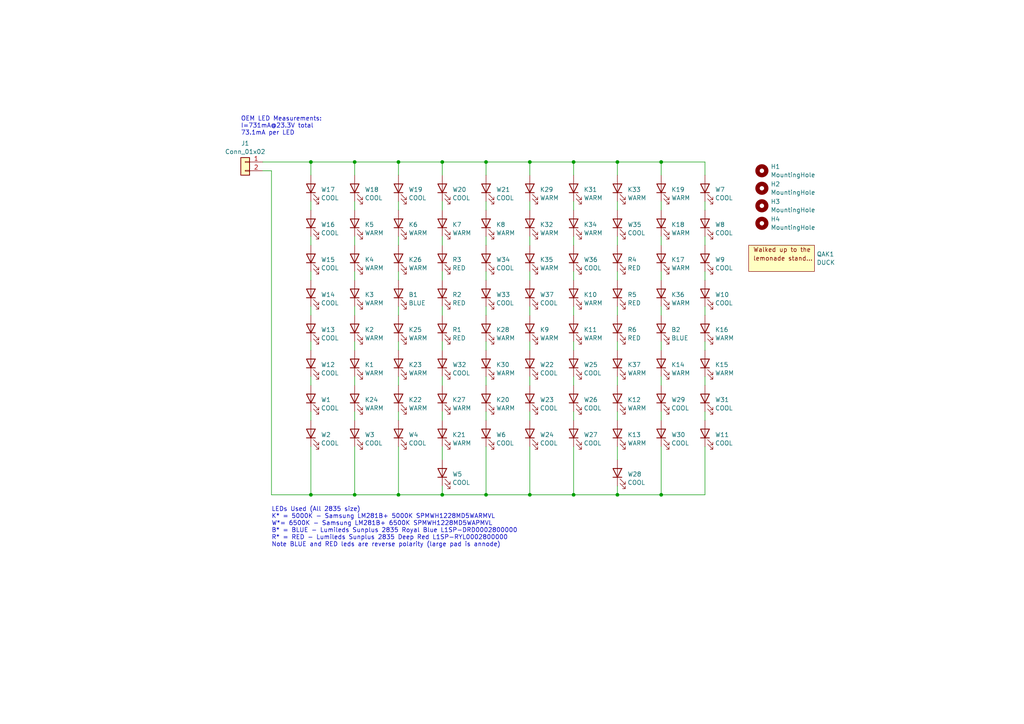
<source format=kicad_sch>
(kicad_sch (version 20230121) (generator eeschema)
  (paper "A4")
  (lib_symbols
    (symbol "Connector_Generic:Conn_01x02" (pin_names (offset 1.016) hide)
      (property "Reference" "J" (at 0 2.54 0))
      (property "Value" "Conn_01x02" (at 0 -5.08 0))
      (symbol "Conn_01x02_1_1"
        (rectangle (start -1.27 -2.413) (end 0 -2.667) (stroke (width 0.1524)))
        (rectangle (start -1.27 0.127) (end 0 -0.127) (stroke (width 0.1524)))
        (rectangle (start -1.27 1.27) (end 1.27 -3.81) (stroke (width 0.254)) (fill (type background)))
        (pin passive line (at -5.08 0 0) (length 3.81) (name "Pin_1") (number "1"))
        (pin passive line (at -5.08 -2.54 0) (length 3.81) (name "Pin_2") (number "2"))
      )
    )
    (symbol "Device:LED" (pin_numbers hide) (pin_names (offset 1.016) hide)
      (property "Reference" "D" (at 0 2.54 0))
      (property "Value" "LED" (at 0 -2.54 0))
      (symbol "LED_0_1"
        (polyline (pts (xy -1.27 -1.27) (xy -1.27 1.27)) (stroke (width 0.254)))
        (polyline (pts (xy -1.27 0) (xy 1.27 0)))
        (polyline (pts (xy 1.27 -1.27) (xy 1.27 1.27) (xy -1.27 0) (xy 1.27 -1.27)) (stroke (width 0.254)))
        (polyline (pts (xy -3.048 -0.762) (xy -4.572 -2.286) (xy -3.81 -2.286) (xy -4.572 -2.286) (xy -4.572 -1.524)))
        (polyline (pts (xy -1.778 -0.762) (xy -3.302 -2.286) (xy -2.54 -2.286) (xy -3.302 -2.286) (xy -3.302 -1.524)))
      )
      (symbol "LED_1_1"
        (pin passive line (at -3.81 0 0) (length 2.54) (name "K") (number "1"))
        (pin passive line (at 3.81 0 180) (length 2.54) (name "A") (number "2"))
      )
    )
    (symbol "Labels:DUCK" (pin_names (offset 1.016))
      (property "Reference" "QAK" (at 0 7.62 0))
      (property "Value" "DUCK" (at 0 0 0))
      (symbol "DUCK_0_0"
        (text "lemonade stand..." (at -7.62 2.54 0) (effects (font (size 1.27 1.27)) (justify left)))
        (text "Walked up to the" (at -7.62 5.08 0) (effects (font (size 1.27 1.27)) (justify left)))
      )
      (symbol "DUCK_0_1"
        (rectangle (start -8.89 6.35) (end 10.16 -1.27) (fill (type background)))
      )
    )
    (symbol "Mechanical:MountingHole" (pin_names (offset 1.016))
      (property "Reference" "H" (at 0 5.08 0))
      (property "Value" "MountingHole" (at 0 3.175 0))
      (symbol "MountingHole_0_1"
        (circle (center 0 0) (radius 1.27) (stroke (width 1.27)))
      )
    )
  )
  (junction (at 140.97 46.99))
  (junction (at 191.77 143.51))
  (junction (at 90.17 143.51))
  (junction (at 153.67 143.51))
  (junction (at 102.87 46.99))
  (junction (at 115.57 46.99))
  (junction (at 115.57 143.51))
  (junction (at 179.07 46.99))
  (junction (at 128.27 143.51))
  (junction (at 191.77 46.99))
  (junction (at 102.87 143.51))
  (junction (at 166.37 46.99))
  (junction (at 179.07 143.51))
  (junction (at 153.67 46.99))
  (junction (at 166.37 143.51))
  (junction (at 90.17 46.99))
  (junction (at 128.27 46.99))
  (junction (at 140.97 143.51))
  (wire (pts (xy 115.57 78.74) (xy 115.57 81.28)))
  (wire (pts (xy 102.87 46.99) (xy 115.57 46.99)))
  (wire (pts (xy 204.47 88.9) (xy 204.47 91.44)))
  (wire (pts (xy 128.27 58.42) (xy 128.27 60.96)))
  (wire (pts (xy 179.07 140.97) (xy 179.07 143.51)))
  (wire (pts (xy 102.87 46.99) (xy 102.87 50.8)))
  (wire (pts (xy 179.07 109.22) (xy 179.07 111.76)))
  (wire (pts (xy 115.57 143.51) (xy 128.27 143.51)))
  (wire (pts (xy 179.07 78.74) (xy 179.07 81.28)))
  (wire (pts (xy 78.74 143.51) (xy 90.17 143.51)))
  (wire (pts (xy 140.97 88.9) (xy 140.97 91.44)))
  (wire (pts (xy 140.97 68.58) (xy 140.97 71.12)))
  (wire (pts (xy 153.67 68.58) (xy 153.67 71.12)))
  (wire (pts (xy 128.27 78.74) (xy 128.27 81.28)))
  (wire (pts (xy 90.17 88.9) (xy 90.17 91.44)))
  (wire (pts (xy 153.67 46.99) (xy 166.37 46.99)))
  (wire (pts (xy 102.87 129.54) (xy 102.87 143.51)))
  (wire (pts (xy 90.17 50.8) (xy 90.17 46.99)))
  (wire (pts (xy 115.57 119.38) (xy 115.57 121.92)))
  (wire (pts (xy 90.17 109.22) (xy 90.17 111.76)))
  (wire (pts (xy 166.37 109.22) (xy 166.37 111.76)))
  (wire (pts (xy 166.37 88.9) (xy 166.37 91.44)))
  (wire (pts (xy 204.47 99.06) (xy 204.47 101.6)))
  (wire (pts (xy 204.47 129.54) (xy 204.47 143.51)))
  (wire (pts (xy 102.87 99.06) (xy 102.87 101.6)))
  (wire (pts (xy 166.37 58.42) (xy 166.37 60.96)))
  (wire (pts (xy 191.77 99.06) (xy 191.77 101.6)))
  (wire (pts (xy 128.27 46.99) (xy 128.27 50.8)))
  (wire (pts (xy 191.77 143.51) (xy 204.47 143.51)))
  (wire (pts (xy 102.87 78.74) (xy 102.87 81.28)))
  (wire (pts (xy 90.17 58.42) (xy 90.17 60.96)))
  (wire (pts (xy 166.37 46.99) (xy 179.07 46.99)))
  (wire (pts (xy 140.97 143.51) (xy 153.67 143.51)))
  (wire (pts (xy 191.77 119.38) (xy 191.77 121.92)))
  (wire (pts (xy 204.47 109.22) (xy 204.47 111.76)))
  (wire (pts (xy 166.37 99.06) (xy 166.37 101.6)))
  (wire (pts (xy 166.37 129.54) (xy 166.37 143.51)))
  (wire (pts (xy 140.97 129.54) (xy 140.97 143.51)))
  (wire (pts (xy 191.77 46.99) (xy 191.77 50.8)))
  (wire (pts (xy 102.87 88.9) (xy 102.87 91.44)))
  (wire (pts (xy 102.87 58.42) (xy 102.87 60.96)))
  (wire (pts (xy 204.47 46.99) (xy 204.47 50.8)))
  (wire (pts (xy 140.97 46.99) (xy 153.67 46.99)))
  (wire (pts (xy 204.47 78.74) (xy 204.47 81.28)))
  (wire (pts (xy 140.97 78.74) (xy 140.97 81.28)))
  (wire (pts (xy 115.57 46.99) (xy 128.27 46.99)))
  (wire (pts (xy 153.67 88.9) (xy 153.67 91.44)))
  (wire (pts (xy 115.57 46.99) (xy 115.57 50.8)))
  (wire (pts (xy 128.27 88.9) (xy 128.27 91.44)))
  (wire (pts (xy 78.74 49.53) (xy 78.74 143.51)))
  (wire (pts (xy 204.47 119.38) (xy 204.47 121.92)))
  (wire (pts (xy 115.57 99.06) (xy 115.57 101.6)))
  (wire (pts (xy 179.07 46.99) (xy 191.77 46.99)))
  (wire (pts (xy 128.27 109.22) (xy 128.27 111.76)))
  (wire (pts (xy 191.77 129.54) (xy 191.77 143.51)))
  (wire (pts (xy 128.27 129.54) (xy 128.27 133.35)))
  (wire (pts (xy 204.47 68.58) (xy 204.47 71.12)))
  (wire (pts (xy 153.67 109.22) (xy 153.67 111.76)))
  (wire (pts (xy 128.27 99.06) (xy 128.27 101.6)))
  (wire (pts (xy 191.77 46.99) (xy 204.47 46.99)))
  (wire (pts (xy 191.77 88.9) (xy 191.77 91.44)))
  (wire (pts (xy 179.07 58.42) (xy 179.07 60.96)))
  (wire (pts (xy 140.97 109.22) (xy 140.97 111.76)))
  (wire (pts (xy 153.67 143.51) (xy 166.37 143.51)))
  (wire (pts (xy 153.67 46.99) (xy 153.67 50.8)))
  (wire (pts (xy 166.37 46.99) (xy 166.37 50.8)))
  (wire (pts (xy 128.27 68.58) (xy 128.27 71.12)))
  (wire (pts (xy 166.37 68.58) (xy 166.37 71.12)))
  (wire (pts (xy 90.17 143.51) (xy 102.87 143.51)))
  (wire (pts (xy 153.67 99.06) (xy 153.67 101.6)))
  (wire (pts (xy 153.67 119.38) (xy 153.67 121.92)))
  (wire (pts (xy 140.97 46.99) (xy 140.97 50.8)))
  (wire (pts (xy 191.77 109.22) (xy 191.77 111.76)))
  (wire (pts (xy 76.2 49.53) (xy 78.74 49.53)))
  (wire (pts (xy 115.57 88.9) (xy 115.57 91.44)))
  (wire (pts (xy 90.17 78.74) (xy 90.17 81.28)))
  (wire (pts (xy 153.67 129.54) (xy 153.67 143.51)))
  (wire (pts (xy 166.37 78.74) (xy 166.37 81.28)))
  (wire (pts (xy 179.07 88.9) (xy 179.07 91.44)))
  (wire (pts (xy 102.87 68.58) (xy 102.87 71.12)))
  (wire (pts (xy 153.67 58.42) (xy 153.67 60.96)))
  (wire (pts (xy 179.07 68.58) (xy 179.07 71.12)))
  (wire (pts (xy 191.77 78.74) (xy 191.77 81.28)))
  (wire (pts (xy 179.07 99.06) (xy 179.07 101.6)))
  (wire (pts (xy 115.57 68.58) (xy 115.57 71.12)))
  (wire (pts (xy 90.17 99.06) (xy 90.17 101.6)))
  (wire (pts (xy 128.27 46.99) (xy 140.97 46.99)))
  (wire (pts (xy 179.07 119.38) (xy 179.07 121.92)))
  (wire (pts (xy 128.27 143.51) (xy 140.97 143.51)))
  (wire (pts (xy 179.07 46.99) (xy 179.07 50.8)))
  (wire (pts (xy 90.17 129.54) (xy 90.17 143.51)))
  (wire (pts (xy 76.2 46.99) (xy 90.17 46.99)))
  (wire (pts (xy 140.97 99.06) (xy 140.97 101.6)))
  (wire (pts (xy 140.97 58.42) (xy 140.97 60.96)))
  (wire (pts (xy 191.77 58.42) (xy 191.77 60.96)))
  (wire (pts (xy 115.57 58.42) (xy 115.57 60.96)))
  (wire (pts (xy 166.37 119.38) (xy 166.37 121.92)))
  (wire (pts (xy 102.87 109.22) (xy 102.87 111.76)))
  (wire (pts (xy 140.97 119.38) (xy 140.97 121.92)))
  (wire (pts (xy 90.17 46.99) (xy 102.87 46.99)))
  (wire (pts (xy 102.87 119.38) (xy 102.87 121.92)))
  (wire (pts (xy 191.77 68.58) (xy 191.77 71.12)))
  (wire (pts (xy 204.47 58.42) (xy 204.47 60.96)))
  (wire (pts (xy 128.27 119.38) (xy 128.27 121.92)))
  (wire (pts (xy 90.17 68.58) (xy 90.17 71.12)))
  (wire (pts (xy 128.27 143.51) (xy 128.27 140.97)))
  (wire (pts (xy 115.57 129.54) (xy 115.57 143.51)))
  (wire (pts (xy 166.37 143.51) (xy 179.07 143.51)))
  (wire (pts (xy 115.57 109.22) (xy 115.57 111.76)))
  (wire (pts (xy 179.07 129.54) (xy 179.07 133.35)))
  (wire (pts (xy 90.17 119.38) (xy 90.17 121.92)))
  (wire (pts (xy 153.67 78.74) (xy 153.67 81.28)))
  (wire (pts (xy 102.87 143.51) (xy 115.57 143.51)))
  (wire (pts (xy 179.07 143.51) (xy 191.77 143.51)))
  (text "OEM LED Measurements:\nI=731mA@23.3V total\n73.1mA per LED\n" (at 69.85 39.37 0) (effects (font (size 1.27 1.27)) (justify left bottom)))
  (text "LEDs Used (All 2835 size)\nK* = 5000K - Samsung LM281B+ 5000K SPMWH1228MD5WARMVL\nW*= 6500K - Samsung LM281B+ 6500K SPMWH1228MD5WAPMVL\nB* = BLUE - Lumileds Sunplus 2835 Royal Blue L1SP-DRD0002800000\nR* = RED - Lumileds Sunplus 2835 Deep Red L1SP-RYL0002800000\nNote BLUE and RED leds are reverse polarity (large pad is annode)" (at 78.74 158.75 0) (effects (font (size 1.27 1.27)) (justify left bottom)))
  (symbol (lib_id "Device:LED") (at 166.37 85.09 90) (unit 1)
    (property "Reference" "K10" (at 169.291 85.4654 90) (effects (justify right)))
    (property "Value" "WARM" (at 169.291 87.8896 90) (effects (justify right)))
    (property "Footprint" "PCB Libraries:LM281B+" (effects hide))
    (property "Mfr" "Samsung" (effects hide))
    (property "Mfr. P/N" "SPMWH1228MD5WARMVL" (effects hide))
  )
  (symbol (lib_id "Device:LED") (at 140.97 54.61 90) (unit 1)
    (property "Reference" "W21" (at 143.891 54.9854 90) (effects (justify right)))
    (property "Value" "COOL" (at 143.891 57.4096 90) (effects (justify right)))
    (property "Footprint" "PCB Libraries:LM281B+" (effects hide))
    (property "Mfr" "Samsung" (effects hide))
    (property "Mfr. P/N" "SPMWH1228MD5WAPMVL" (effects hide))
  )
  (symbol (lib_id "Device:LED") (at 90.17 125.73 90) (unit 1)
    (property "Reference" "W2" (at 93.091 126.1054 90) (effects (justify right)))
    (property "Value" "COOL" (at 93.091 128.5296 90) (effects (justify right)))
    (property "Footprint" "PCB Libraries:LM281B+" (effects hide))
    (property "Mfr" "Samsung" (effects hide))
    (property "Mfr. P/N" "SPMWH1228MD5WAPMVL" (effects hide))
  )
  (symbol (lib_id "Device:LED") (at 140.97 115.57 90) (unit 1)
    (property "Reference" "K20" (at 143.891 115.9454 90) (effects (justify right)))
    (property "Value" "WARM" (at 143.891 118.3696 90) (effects (justify right)))
    (property "Footprint" "PCB Libraries:LM281B+" (effects hide))
    (property "Mfr" "Samsung" (effects hide))
    (property "Mfr. P/N" "SPMWH1228MD5WARMVL" (effects hide))
  )
  (symbol (lib_id "Device:LED") (at 166.37 64.77 90) (unit 1)
    (property "Reference" "K34" (at 169.291 65.1454 90) (effects (justify right)))
    (property "Value" "WARM" (at 169.291 67.5696 90) (effects (justify right)))
    (property "Footprint" "PCB Libraries:LM281B+" (effects hide))
    (property "Mfr" "Samsung" (effects hide))
    (property "Mfr. P/N" "SPMWH1228MD5WARMVL" (effects hide))
  )
  (symbol (lib_id "Device:LED") (at 204.47 54.61 90) (unit 1)
    (property "Reference" "W7" (at 207.391 54.9854 90) (effects (justify right)))
    (property "Value" "COOL" (at 207.391 57.4096 90) (effects (justify right)))
    (property "Footprint" "PCB Libraries:LM281B+" (effects hide))
    (property "Mfr" "Samsung" (effects hide))
    (property "Mfr. P/N" "SPMWH1228MD5WAPMVL" (effects hide))
  )
  (symbol (lib_id "Device:LED") (at 90.17 64.77 90) (unit 1)
    (property "Reference" "W16" (at 93.091 65.1454 90) (effects (justify right)))
    (property "Value" "COOL" (at 93.091 67.5696 90) (effects (justify right)))
    (property "Footprint" "PCB Libraries:LM281B+" (effects hide))
    (property "Mfr" "Samsung" (effects hide))
    (property "Mfr. P/N" "SPMWH1228MD5WAPMVL" (effects hide))
  )
  (symbol (lib_id "Device:LED") (at 115.57 74.93 90) (unit 1)
    (property "Reference" "K26" (at 118.491 75.3054 90) (effects (justify right)))
    (property "Value" "WARM" (at 118.491 77.7296 90) (effects (justify right)))
    (property "Footprint" "PCB Libraries:LM281B+" (effects hide))
    (property "Mfr" "Samsung" (effects hide))
    (property "Mfr. P/N" "SPMWH1228MD5WARMVL" (effects hide))
  )
  (symbol (lib_id "Device:LED") (at 128.27 137.16 90) (unit 1)
    (property "Reference" "W5" (at 131.191 137.5354 90) (effects (justify right)))
    (property "Value" "COOL" (at 131.191 139.9596 90) (effects (justify right)))
    (property "Footprint" "PCB Libraries:LM281B+" (effects hide))
    (property "Mfr" "Samsung" (effects hide))
    (property "Mfr. P/N" "SPMWH1228MD5WAPMVL" (effects hide))
  )
  (symbol (lib_id "Device:LED") (at 204.47 95.25 90) (unit 1)
    (property "Reference" "K16" (at 207.391 95.6254 90) (effects (justify right)))
    (property "Value" "WARM" (at 207.391 98.0496 90) (effects (justify right)))
    (property "Footprint" "PCB Libraries:LM281B+" (effects hide))
    (property "Mfr" "Samsung" (effects hide))
    (property "Mfr. P/N" "SPMWH1228MD5WARMVL" (effects hide))
  )
  (symbol (lib_id "Labels:DUCK") (at 226.06 77.47 0) (unit 1) (in_bom no)
    (property "Reference" "QAK1" (at 236.855 73.7179 0) (effects (justify left)))
    (property "Value" "DUCK" (at 236.855 76.1421 0) (effects (justify left)))
    (property "Footprint" "PCB Libraries:DUCK_cu" (effects hide))
  )
  (symbol (lib_id "Device:LED") (at 166.37 54.61 90) (unit 1)
    (property "Reference" "K31" (at 169.291 54.9854 90) (effects (justify right)))
    (property "Value" "WARM" (at 169.291 57.4096 90) (effects (justify right)))
    (property "Footprint" "PCB Libraries:LM281B+" (effects hide))
    (property "Mfr" "Samsung" (effects hide))
    (property "Mfr. P/N" "SPMWH1228MD5WARMVL" (effects hide))
  )
  (symbol (lib_id "Device:LED") (at 179.07 105.41 90) (unit 1)
    (property "Reference" "K37" (at 181.991 105.7854 90) (effects (justify right)))
    (property "Value" "WARM" (at 181.991 108.2096 90) (effects (justify right)))
    (property "Footprint" "PCB Libraries:LM281B+" (effects hide))
    (property "Mfr" "Samsung" (effects hide))
    (property "Mfr. P/N" "SPMWH1228MD5WARMVL" (effects hide))
  )
  (symbol (lib_id "Device:LED") (at 179.07 125.73 90) (unit 1)
    (property "Reference" "K13" (at 181.991 126.1054 90) (effects (justify right)))
    (property "Value" "WARM" (at 181.991 128.5296 90) (effects (justify right)))
    (property "Footprint" "PCB Libraries:LM281B+" (effects hide))
    (property "Mfr" "Samsung" (effects hide))
    (property "Mfr. P/N" "SPMWH1228MD5WARMVL" (effects hide))
  )
  (symbol (lib_id "Device:LED") (at 204.47 105.41 90) (unit 1)
    (property "Reference" "K15" (at 207.391 105.7854 90) (effects (justify right)))
    (property "Value" "WARM" (at 207.391 108.2096 90) (effects (justify right)))
    (property "Footprint" "PCB Libraries:LM281B+" (effects hide))
    (property "Mfr" "Samsung" (effects hide))
    (property "Mfr. P/N" "SPMWH1228MD5WARMVL" (effects hide))
  )
  (symbol (lib_id "Mechanical:MountingHole") (at 220.98 49.53 0) (unit 1) (in_bom no)
    (property "Reference" "H1" (at 223.52 48.3179 0) (effects (justify left)))
    (property "Value" "MountingHole" (at 223.52 50.7421 0) (effects (justify left)))
    (property "Footprint" "PCB Libraries:HOLE_0.25_KEEPOUT_0.45" (effects hide))
  )
  (symbol (lib_id "Device:LED") (at 102.87 74.93 90) (unit 1)
    (property "Reference" "K4" (at 105.791 75.3054 90) (effects (justify right)))
    (property "Value" "WARM" (at 105.791 77.7296 90) (effects (justify right)))
    (property "Footprint" "PCB Libraries:LM281B+" (effects hide))
    (property "Mfr" "Samsung" (effects hide))
    (property "Mfr. P/N" "SPMWH1228MD5WARMVL" (effects hide))
  )
  (symbol (lib_id "Device:LED") (at 128.27 95.25 90) (unit 1)
    (property "Reference" "R1" (at 131.191 95.6254 90) (effects (justify right)))
    (property "Value" "RED" (at 131.191 98.0496 90) (effects (justify right)))
    (property "Footprint" "PCB Libraries:Sunplus2835" (effects hide))
    (property "Mfr" "Lumileds" (effects hide))
    (property "Mfr. P/N" "L1SP-DRD0002800000" (effects hide))
  )
  (symbol (lib_id "Device:LED") (at 140.97 105.41 90) (unit 1)
    (property "Reference" "K30" (at 143.891 105.7854 90) (effects (justify right)))
    (property "Value" "WARM" (at 143.891 108.2096 90) (effects (justify right)))
    (property "Footprint" "PCB Libraries:LM281B+" (effects hide))
    (property "Mfr" "Samsung" (effects hide))
    (property "Mfr. P/N" "SPMWH1228MD5WARMVL" (effects hide))
  )
  (symbol (lib_id "Device:LED") (at 115.57 64.77 90) (unit 1)
    (property "Reference" "K6" (at 118.491 65.1454 90) (effects (justify right)))
    (property "Value" "WARM" (at 118.491 67.5696 90) (effects (justify right)))
    (property "Footprint" "PCB Libraries:LM281B+" (effects hide))
    (property "Mfr" "Samsung" (effects hide))
    (property "Mfr. P/N" "SPMWH1228MD5WARMVL" (effects hide))
  )
  (symbol (lib_id "Device:LED") (at 191.77 95.25 90) (unit 1)
    (property "Reference" "B2" (at 194.691 95.6254 90) (effects (justify right)))
    (property "Value" "BLUE" (at 194.691 98.0496 90) (effects (justify right)))
    (property "Footprint" "PCB Libraries:Sunplus2835" (effects hide))
    (property "Mfr" "Lumileds" (effects hide))
    (property "Mfr. P/N" "L1SP-RYL0002800000" (effects hide))
  )
  (symbol (lib_id "Device:LED") (at 153.67 54.61 90) (unit 1)
    (property "Reference" "K29" (at 156.591 54.9854 90) (effects (justify right)))
    (property "Value" "WARM" (at 156.591 57.4096 90) (effects (justify right)))
    (property "Footprint" "PCB Libraries:LM281B+" (effects hide))
    (property "Mfr" "Samsung" (effects hide))
    (property "Mfr. P/N" "SPMWH1228MD5WARMVL" (effects hide))
  )
  (symbol (lib_id "Device:LED") (at 153.67 105.41 90) (unit 1)
    (property "Reference" "W22" (at 156.591 105.7854 90) (effects (justify right)))
    (property "Value" "COOL" (at 156.591 108.2096 90) (effects (justify right)))
    (property "Footprint" "PCB Libraries:LM281B+" (effects hide))
    (property "Mfr" "Samsung" (effects hide))
    (property "Mfr. P/N" "SPMWH1228MD5WAPMVL" (effects hide))
  )
  (symbol (lib_id "Device:LED") (at 204.47 85.09 90) (unit 1)
    (property "Reference" "W10" (at 207.391 85.4654 90) (effects (justify right)))
    (property "Value" "COOL" (at 207.391 87.8896 90) (effects (justify right)))
    (property "Footprint" "PCB Libraries:LM281B+" (effects hide))
    (property "Mfr" "Samsung" (effects hide))
    (property "Mfr. P/N" "SPMWH1228MD5WAPMVL" (effects hide))
  )
  (symbol (lib_id "Device:LED") (at 204.47 125.73 90) (unit 1)
    (property "Reference" "W11" (at 207.391 126.1054 90) (effects (justify right)))
    (property "Value" "COOL" (at 207.391 128.5296 90) (effects (justify right)))
    (property "Footprint" "PCB Libraries:LM281B+" (effects hide))
    (property "Mfr" "Samsung" (effects hide))
    (property "Mfr. P/N" "SPMWH1228MD5WAPMVL" (effects hide))
  )
  (symbol (lib_id "Device:LED") (at 102.87 54.61 90) (unit 1)
    (property "Reference" "W18" (at 105.791 54.9854 90) (effects (justify right)))
    (property "Value" "COOL" (at 105.791 57.4096 90) (effects (justify right)))
    (property "Footprint" "PCB Libraries:LM281B+" (effects hide))
    (property "Mfr" "Samsung" (effects hide))
    (property "Mfr. P/N" "SPMWH1228MD5WAPMVL" (effects hide))
  )
  (symbol (lib_id "Device:LED") (at 140.97 74.93 90) (unit 1)
    (property "Reference" "W34" (at 143.891 75.3054 90) (effects (justify right)))
    (property "Value" "COOL" (at 143.891 77.7296 90) (effects (justify right)))
    (property "Footprint" "PCB Libraries:LM281B+" (effects hide))
    (property "Mfr" "Samsung" (effects hide))
    (property "Mfr. P/N" "SPMWH1228MD5WAPMVL" (effects hide))
  )
  (symbol (lib_id "Device:LED") (at 179.07 85.09 90) (unit 1)
    (property "Reference" "R5" (at 181.991 85.4654 90) (effects (justify right)))
    (property "Value" "RED" (at 181.991 87.8896 90) (effects (justify right)))
    (property "Footprint" "PCB Libraries:Sunplus2835" (effects hide))
    (property "Mfr" "Lumileds" (effects hide))
    (property "Mfr. P/N" "L1SP-DRD0002800000" (effects hide))
  )
  (symbol (lib_id "Device:LED") (at 153.67 95.25 90) (unit 1)
    (property "Reference" "K9" (at 156.591 95.6254 90) (effects (justify right)))
    (property "Value" "WARM" (at 156.591 98.0496 90) (effects (justify right)))
    (property "Footprint" "PCB Libraries:LM281B+" (effects hide))
    (property "Mfr" "Samsung" (effects hide))
    (property "Mfr. P/N" "SPMWH1228MD5WARMVL" (effects hide))
  )
  (symbol (lib_id "Mechanical:MountingHole") (at 220.98 54.61 0) (unit 1) (in_bom no)
    (property "Reference" "H2" (at 223.52 53.3979 0) (effects (justify left)))
    (property "Value" "MountingHole" (at 223.52 55.8221 0) (effects (justify left)))
    (property "Footprint" "PCB Libraries:HOLE_0.25_KEEPOUT_0.45" (effects hide))
  )
  (symbol (lib_id "Device:LED") (at 90.17 85.09 90) (unit 1)
    (property "Reference" "W14" (at 93.091 85.4654 90) (effects (justify right)))
    (property "Value" "COOL" (at 93.091 87.8896 90) (effects (justify right)))
    (property "Footprint" "PCB Libraries:LM281B+" (effects hide))
    (property "Mfr" "Samsung" (effects hide))
    (property "Mfr. P/N" "SPMWH1228MD5WAPMVL" (effects hide))
  )
  (symbol (lib_id "Device:LED") (at 140.97 125.73 90) (unit 1)
    (property "Reference" "W6" (at 143.891 126.1054 90) (effects (justify right)))
    (property "Value" "COOL" (at 143.891 128.5296 90) (effects (justify right)))
    (property "Footprint" "PCB Libraries:LM281B+" (effects hide))
    (property "Mfr" "Samsung" (effects hide))
    (property "Mfr. P/N" "SPMWH1228MD5WAPMVL" (effects hide))
  )
  (symbol (lib_id "Device:LED") (at 102.87 115.57 90) (unit 1)
    (property "Reference" "K24" (at 105.791 115.9454 90) (effects (justify right)))
    (property "Value" "WARM" (at 105.791 118.3696 90) (effects (justify right)))
    (property "Footprint" "PCB Libraries:LM281B+" (effects hide))
    (property "Mfr" "Samsung" (effects hide))
    (property "Mfr. P/N" "SPMWH1228MD5WARMVL" (effects hide))
  )
  (symbol (lib_id "Device:LED") (at 115.57 125.73 90) (unit 1)
    (property "Reference" "W4" (at 118.491 126.1054 90) (effects (justify right)))
    (property "Value" "COOL" (at 118.491 128.5296 90) (effects (justify right)))
    (property "Footprint" "PCB Libraries:LM281B+" (effects hide))
    (property "Mfr" "Samsung" (effects hide))
    (property "Mfr. P/N" "SPMWH1228MD5WAPMVL" (effects hide))
  )
  (symbol (lib_id "Device:LED") (at 191.77 74.93 90) (unit 1)
    (property "Reference" "K17" (at 194.691 75.3054 90) (effects (justify right)))
    (property "Value" "WARM" (at 194.691 77.7296 90) (effects (justify right)))
    (property "Footprint" "PCB Libraries:LM281B+" (effects hide))
    (property "Mfr" "Samsung" (effects hide))
    (property "Mfr. P/N" "SPMWH1228MD5WARMVL" (effects hide))
  )
  (symbol (lib_id "Device:LED") (at 102.87 64.77 90) (unit 1)
    (property "Reference" "K5" (at 105.791 65.1454 90) (effects (justify right)))
    (property "Value" "WARM" (at 105.791 67.5696 90) (effects (justify right)))
    (property "Footprint" "PCB Libraries:LM281B+" (effects hide))
    (property "Mfr" "Samsung" (effects hide))
    (property "Mfr. P/N" "SPMWH1228MD5WARMVL" (effects hide))
  )
  (symbol (lib_id "Device:LED") (at 153.67 85.09 90) (unit 1)
    (property "Reference" "W37" (at 156.591 85.4654 90) (effects (justify right)))
    (property "Value" "COOL" (at 156.591 87.8896 90) (effects (justify right)))
    (property "Footprint" "PCB Libraries:LM281B+" (effects hide))
    (property "Mfr" "Samsung" (effects hide))
    (property "Mfr. P/N" "SPMWH1228MD5WAPMVL" (effects hide))
  )
  (symbol (lib_id "Device:LED") (at 140.97 95.25 90) (unit 1)
    (property "Reference" "K28" (at 143.891 95.6254 90) (effects (justify right)))
    (property "Value" "WARM" (at 143.891 98.0496 90) (effects (justify right)))
    (property "Footprint" "PCB Libraries:LM281B+" (effects hide))
    (property "Mfr" "Samsung" (effects hide))
    (property "Mfr. P/N" "SPMWH1228MD5WARMVL" (effects hide))
  )
  (symbol (lib_id "Mechanical:MountingHole") (at 220.98 64.77 0) (unit 1) (in_bom no)
    (property "Reference" "H4" (at 223.52 63.5579 0) (effects (justify left)))
    (property "Value" "MountingHole" (at 223.52 65.9821 0) (effects (justify left)))
    (property "Footprint" "PCB Libraries:HOLE_0.25_KEEPOUT_0.45" (effects hide))
  )
  (symbol (lib_id "Device:LED") (at 115.57 115.57 90) (unit 1)
    (property "Reference" "K22" (at 118.491 115.9454 90) (effects (justify right)))
    (property "Value" "WARM" (at 118.491 118.3696 90) (effects (justify right)))
    (property "Footprint" "PCB Libraries:LM281B+" (effects hide))
    (property "Mfr" "Samsung" (effects hide))
    (property "Mfr. P/N" "SPMWH1228MD5WARMVL" (effects hide))
  )
  (symbol (lib_id "Device:LED") (at 166.37 105.41 90) (unit 1)
    (property "Reference" "W25" (at 169.291 105.7854 90) (effects (justify right)))
    (property "Value" "COOL" (at 169.291 108.2096 90) (effects (justify right)))
    (property "Footprint" "PCB Libraries:LM281B+" (effects hide))
    (property "Mfr" "Samsung" (effects hide))
    (property "Mfr. P/N" "SPMWH1228MD5WAPMVL" (effects hide))
  )
  (symbol (lib_id "Device:LED") (at 128.27 64.77 90) (unit 1)
    (property "Reference" "K7" (at 131.191 65.1454 90) (effects (justify right)))
    (property "Value" "WARM" (at 131.191 67.5696 90) (effects (justify right)))
    (property "Footprint" "PCB Libraries:LM281B+" (effects hide))
    (property "Mfr" "Samsung" (effects hide))
    (property "Mfr. P/N" "SPMWH1228MD5WARMVL" (effects hide))
  )
  (symbol (lib_id "Device:LED") (at 115.57 95.25 90) (unit 1)
    (property "Reference" "K25" (at 118.491 95.6254 90) (effects (justify right)))
    (property "Value" "WARM" (at 118.491 98.0496 90) (effects (justify right)))
    (property "Footprint" "PCB Libraries:LM281B+" (effects hide))
    (property "Mfr" "Samsung" (effects hide))
    (property "Mfr. P/N" "SPMWH1228MD5WARMVL" (effects hide))
  )
  (symbol (lib_id "Device:LED") (at 90.17 105.41 90) (unit 1)
    (property "Reference" "W12" (at 93.091 105.7854 90) (effects (justify right)))
    (property "Value" "COOL" (at 93.091 108.2096 90) (effects (justify right)))
    (property "Footprint" "PCB Libraries:LM281B+" (effects hide))
    (property "Mfr" "Samsung" (effects hide))
    (property "Mfr. P/N" "SPMWH1228MD5WAPMVL" (effects hide))
  )
  (symbol (lib_id "Device:LED") (at 140.97 85.09 90) (unit 1)
    (property "Reference" "W33" (at 143.891 85.4654 90) (effects (justify right)))
    (property "Value" "COOL" (at 143.891 87.8896 90) (effects (justify right)))
    (property "Footprint" "PCB Libraries:LM281B+" (effects hide))
    (property "Mfr" "Samsung" (effects hide))
    (property "Mfr. P/N" "SPMWH1228MD5WAPMVL" (effects hide))
  )
  (symbol (lib_id "Device:LED") (at 90.17 115.57 90) (unit 1)
    (property "Reference" "W1" (at 93.091 115.9454 90) (effects (justify right)))
    (property "Value" "COOL" (at 93.091 118.3696 90) (effects (justify right)))
    (property "Footprint" "PCB Libraries:LM281B+" (effects hide))
    (property "Mfr" "Samsung" (effects hide))
    (property "Mfr. P/N" "SPMWH1228MD5WAPMVL" (effects hide))
  )
  (symbol (lib_id "Device:LED") (at 191.77 85.09 90) (unit 1)
    (property "Reference" "K36" (at 194.691 85.4654 90) (effects (justify right)))
    (property "Value" "WARM" (at 194.691 87.8896 90) (effects (justify right)))
    (property "Footprint" "PCB Libraries:LM281B+" (effects hide))
    (property "Mfr" "Samsung" (effects hide))
    (property "Mfr. P/N" "SPMWH1228MD5WARMVL" (effects hide))
  )
  (symbol (lib_id "Device:LED") (at 90.17 95.25 90) (unit 1)
    (property "Reference" "W13" (at 93.091 95.6254 90) (effects (justify right)))
    (property "Value" "COOL" (at 93.091 98.0496 90) (effects (justify right)))
    (property "Footprint" "PCB Libraries:LM281B+" (effects hide))
    (property "Mfr" "Samsung" (effects hide))
    (property "Mfr. P/N" "SPMWH1228MD5WAPMVL" (effects hide))
  )
  (symbol (lib_id "Device:LED") (at 204.47 115.57 90) (unit 1)
    (property "Reference" "W31" (at 207.391 115.9454 90) (effects (justify right)))
    (property "Value" "COOL" (at 207.391 118.3696 90) (effects (justify right)))
    (property "Footprint" "PCB Libraries:LM281B+" (effects hide))
    (property "Mfr" "Samsung" (effects hide))
    (property "Mfr. P/N" "SPMWH1228MD5WAPMVL" (effects hide))
  )
  (symbol (lib_id "Device:LED") (at 90.17 54.61 90) (unit 1)
    (property "Reference" "W17" (at 93.091 54.9854 90) (effects (justify right)))
    (property "Value" "COOL" (at 93.091 57.4096 90) (effects (justify right)))
    (property "Footprint" "PCB Libraries:LM281B+" (effects hide))
    (property "Mfr" "Samsung" (effects hide))
    (property "Mfr. P/N" "SPMWH1228MD5WAPMVL" (effects hide))
  )
  (symbol (lib_id "Device:LED") (at 128.27 85.09 90) (unit 1)
    (property "Reference" "R2" (at 131.191 85.4654 90) (effects (justify right)))
    (property "Value" "RED" (at 131.191 87.8896 90) (effects (justify right)))
    (property "Footprint" "PCB Libraries:Sunplus2835" (effects hide))
    (property "Mfr" "Lumileds" (effects hide))
    (property "Mfr. P/N" "L1SP-DRD0002800000" (effects hide))
  )
  (symbol (lib_id "Device:LED") (at 102.87 95.25 90) (unit 1)
    (property "Reference" "K2" (at 105.791 95.6254 90) (effects (justify right)))
    (property "Value" "WARM" (at 105.791 98.0496 90) (effects (justify right)))
    (property "Footprint" "PCB Libraries:LM281B+" (effects hide))
    (property "Mfr" "Samsung" (effects hide))
    (property "Mfr. P/N" "SPMWH1228MD5WARMVL" (effects hide))
  )
  (symbol (lib_id "Device:LED") (at 191.77 64.77 90) (unit 1)
    (property "Reference" "K18" (at 194.691 65.1454 90) (effects (justify right)))
    (property "Value" "WARM" (at 194.691 67.5696 90) (effects (justify right)))
    (property "Footprint" "PCB Libraries:LM281B+" (effects hide))
    (property "Mfr" "Samsung" (effects hide))
    (property "Mfr. P/N" "SPMWH1228MD5WARMVL" (effects hide))
  )
  (symbol (lib_id "Device:LED") (at 115.57 105.41 90) (unit 1)
    (property "Reference" "K23" (at 118.491 105.7854 90) (effects (justify right)))
    (property "Value" "WARM" (at 118.491 108.2096 90) (effects (justify right)))
    (property "Footprint" "PCB Libraries:LM281B+" (effects hide))
    (property "Mfr" "Samsung" (effects hide))
    (property "Mfr. P/N" "SPMWH1228MD5WARMVL" (effects hide))
  )
  (symbol (lib_id "Device:LED") (at 179.07 64.77 90) (unit 1)
    (property "Reference" "W35" (at 181.991 65.1454 90) (effects (justify right)))
    (property "Value" "COOL" (at 181.991 67.5696 90) (effects (justify right)))
    (property "Footprint" "PCB Libraries:LM281B+" (effects hide))
    (property "Mfr" "Samsung" (effects hide))
    (property "Mfr. P/N" "SPMWH1228MD5WAPMVL" (effects hide))
  )
  (symbol (lib_id "Device:LED") (at 128.27 125.73 90) (unit 1)
    (property "Reference" "K21" (at 131.191 126.1054 90) (effects (justify right)))
    (property "Value" "WARM" (at 131.191 128.5296 90) (effects (justify right)))
    (property "Footprint" "PCB Libraries:LM281B+" (effects hide))
    (property "Mfr" "Samsung" (effects hide))
    (property "Mfr. P/N" "SPMWH1228MD5WARMVL" (effects hide))
  )
  (symbol (lib_id "Device:LED") (at 102.87 85.09 90) (unit 1)
    (property "Reference" "K3" (at 105.791 85.4654 90) (effects (justify right)))
    (property "Value" "WARM" (at 105.791 87.8896 90) (effects (justify right)))
    (property "Footprint" "PCB Libraries:LM281B+" (effects hide))
    (property "Mfr" "Samsung" (effects hide))
    (property "Mfr. P/N" "SPMWH1228MD5WARMVL" (effects hide))
  )
  (symbol (lib_id "Device:LED") (at 128.27 105.41 90) (unit 1)
    (property "Reference" "W32" (at 131.191 105.7854 90) (effects (justify right)))
    (property "Value" "COOL" (at 131.191 108.2096 90) (effects (justify right)))
    (property "Footprint" "PCB Libraries:LM281B+" (effects hide))
    (property "Mfr" "Samsung" (effects hide))
    (property "Mfr. P/N" "SPMWH1228MD5WAPMVL" (effects hide))
  )
  (symbol (lib_id "Device:LED") (at 140.97 64.77 90) (unit 1)
    (property "Reference" "K8" (at 143.891 65.1454 90) (effects (justify right)))
    (property "Value" "WARM" (at 143.891 67.5696 90) (effects (justify right)))
    (property "Footprint" "PCB Libraries:LM281B+" (effects hide))
    (property "Mfr" "Samsung" (effects hide))
    (property "Mfr. P/N" "SPMWH1228MD5WARMVL" (effects hide))
  )
  (symbol (lib_id "Device:LED") (at 191.77 105.41 90) (unit 1)
    (property "Reference" "K14" (at 194.691 105.7854 90) (effects (justify right)))
    (property "Value" "WARM" (at 194.691 108.2096 90) (effects (justify right)))
    (property "Footprint" "PCB Libraries:LM281B+" (effects hide))
    (property "Mfr" "Samsung" (effects hide))
    (property "Mfr. P/N" "SPMWH1228MD5WARMVL" (effects hide))
  )
  (symbol (lib_id "Device:LED") (at 153.67 64.77 90) (unit 1)
    (property "Reference" "K32" (at 156.591 65.1454 90) (effects (justify right)))
    (property "Value" "WARM" (at 156.591 67.5696 90) (effects (justify right)))
    (property "Footprint" "PCB Libraries:LM281B+" (effects hide))
    (property "Mfr" "Samsung" (effects hide))
    (property "Mfr. P/N" "SPMWH1228MD5WARMVL" (effects hide))
  )
  (symbol (lib_id "Device:LED") (at 191.77 54.61 90) (unit 1)
    (property "Reference" "K19" (at 194.691 54.9854 90) (effects (justify right)))
    (property "Value" "WARM" (at 194.691 57.4096 90) (effects (justify right)))
    (property "Footprint" "PCB Libraries:LM281B+" (effects hide))
    (property "Mfr" "Samsung" (effects hide))
    (property "Mfr. P/N" "SPMWH1228MD5WARMVL" (effects hide))
  )
  (symbol (lib_id "Device:LED") (at 102.87 105.41 90) (unit 1)
    (property "Reference" "K1" (at 105.791 105.7854 90) (effects (justify right)))
    (property "Value" "WARM" (at 105.791 108.2096 90) (effects (justify right)))
    (property "Footprint" "PCB Libraries:LM281B+" (effects hide))
    (property "Mfr" "Samsung" (effects hide))
    (property "Mfr. P/N" "SPMWH1228MD5WARMVL" (effects hide))
  )
  (symbol (lib_id "Device:LED") (at 179.07 137.16 90) (unit 1)
    (property "Reference" "W28" (at 181.991 137.5354 90) (effects (justify right)))
    (property "Value" "COOL" (at 181.991 139.9596 90) (effects (justify right)))
    (property "Footprint" "PCB Libraries:LM281B+" (effects hide))
    (property "Mfr" "Samsung" (effects hide))
    (property "Mfr. P/N" "SPMWH1228MD5WAPMVL" (effects hide))
  )
  (symbol (lib_id "Device:LED") (at 166.37 74.93 90) (unit 1)
    (property "Reference" "W36" (at 169.291 75.3054 90) (effects (justify right)))
    (property "Value" "COOL" (at 169.291 77.7296 90) (effects (justify right)))
    (property "Footprint" "PCB Libraries:LM281B+" (effects hide))
    (property "Mfr" "Samsung" (effects hide))
    (property "Mfr. P/N" "SPMWH1228MD5WAPMVL" (effects hide))
  )
  (symbol (lib_id "Device:LED") (at 153.67 74.93 90) (unit 1)
    (property "Reference" "K35" (at 156.591 75.3054 90) (effects (justify right)))
    (property "Value" "WARM" (at 156.591 77.7296 90) (effects (justify right)))
    (property "Footprint" "PCB Libraries:LM281B+" (effects hide))
    (property "Mfr" "Samsung" (effects hide))
    (property "Mfr. P/N" "SPMWH1228MD5WARMVL" (effects hide))
  )
  (symbol (lib_id "Device:LED") (at 166.37 95.25 90) (unit 1)
    (property "Reference" "K11" (at 169.291 95.6254 90) (effects (justify right)))
    (property "Value" "WARM" (at 169.291 98.0496 90) (effects (justify right)))
    (property "Footprint" "PCB Libraries:LM281B+" (effects hide))
    (property "Mfr" "Samsung" (effects hide))
    (property "Mfr. P/N" "SPMWH1228MD5WARMVL" (effects hide))
  )
  (symbol (lib_id "Device:LED") (at 128.27 54.61 90) (unit 1)
    (property "Reference" "W20" (at 131.191 54.9854 90) (effects (justify right)))
    (property "Value" "COOL" (at 131.191 57.4096 90) (effects (justify right)))
    (property "Footprint" "PCB Libraries:LM281B+" (effects hide))
    (property "Mfr" "Samsung" (effects hide))
    (property "Mfr. P/N" "SPMWH1228MD5WAPMVL" (effects hide))
  )
  (symbol (lib_id "Device:LED") (at 191.77 115.57 90) (unit 1)
    (property "Reference" "W29" (at 194.691 115.9454 90) (effects (justify right)))
    (property "Value" "COOL" (at 194.691 118.3696 90) (effects (justify right)))
    (property "Footprint" "PCB Libraries:LM281B+" (effects hide))
    (property "Mfr" "Samsung" (effects hide))
    (property "Mfr. P/N" "SPMWH1228MD5WAPMVL" (effects hide))
  )
  (symbol (lib_id "Device:LED") (at 128.27 115.57 90) (unit 1)
    (property "Reference" "K27" (at 131.191 115.9454 90) (effects (justify right)))
    (property "Value" "WARM" (at 131.191 118.3696 90) (effects (justify right)))
    (property "Footprint" "PCB Libraries:LM281B+" (effects hide))
    (property "Mfr" "Samsung" (effects hide))
    (property "Mfr. P/N" "SPMWH1228MD5WARMVL" (effects hide))
  )
  (symbol (lib_id "Device:LED") (at 179.07 74.93 90) (unit 1)
    (property "Reference" "R4" (at 181.991 75.3054 90) (effects (justify right)))
    (property "Value" "RED" (at 181.991 77.7296 90) (effects (justify right)))
    (property "Footprint" "PCB Libraries:Sunplus2835" (effects hide))
    (property "Mfr" "Lumileds" (effects hide))
    (property "Mfr. P/N" "L1SP-DRD0002800000" (effects hide))
  )
  (symbol (lib_id "Device:LED") (at 102.87 125.73 90) (unit 1)
    (property "Reference" "W3" (at 105.791 126.1054 90) (effects (justify right)))
    (property "Value" "COOL" (at 105.791 128.5296 90) (effects (justify right)))
    (property "Footprint" "PCB Libraries:LM281B+" (effects hide))
    (property "Mfr" "Samsung" (effects hide))
    (property "Mfr. P/N" "SPMWH1228MD5WAPMVL" (effects hide))
  )
  (symbol (lib_id "Device:LED") (at 115.57 54.61 90) (unit 1)
    (property "Reference" "W19" (at 118.491 54.9854 90) (effects (justify right)))
    (property "Value" "COOL" (at 118.491 57.4096 90) (effects (justify right)))
    (property "Footprint" "PCB Libraries:LM281B+" (effects hide))
    (property "Mfr" "Samsung" (effects hide))
    (property "Mfr. P/N" "SPMWH1228MD5WAPMVL" (effects hide))
  )
  (symbol (lib_id "Device:LED") (at 166.37 115.57 90) (unit 1)
    (property "Reference" "W26" (at 169.291 115.9454 90) (effects (justify right)))
    (property "Value" "COOL" (at 169.291 118.3696 90) (effects (justify right)))
    (property "Footprint" "PCB Libraries:LM281B+" (effects hide))
    (property "Mfr" "Samsung" (effects hide))
    (property "Mfr. P/N" "SPMWH1228MD5WAPMVL" (effects hide))
  )
  (symbol (lib_id "Device:LED") (at 179.07 54.61 90) (unit 1)
    (property "Reference" "K33" (at 181.991 54.9854 90) (effects (justify right)))
    (property "Value" "WARM" (at 181.991 57.4096 90) (effects (justify right)))
    (property "Footprint" "PCB Libraries:LM281B+" (effects hide))
    (property "Mfr" "Samsung" (effects hide))
    (property "Mfr. P/N" "SPMWH1228MD5WARMVL" (effects hide))
  )
  (symbol (lib_id "Device:LED") (at 166.37 125.73 90) (unit 1)
    (property "Reference" "W27" (at 169.291 126.1054 90) (effects (justify right)))
    (property "Value" "COOL" (at 169.291 128.5296 90) (effects (justify right)))
    (property "Footprint" "PCB Libraries:LM281B+" (effects hide))
    (property "Mfr" "Samsung" (effects hide))
    (property "Mfr. P/N" "SPMWH1228MD5WAPMVL" (effects hide))
  )
  (symbol (lib_id "Device:LED") (at 179.07 95.25 90) (unit 1)
    (property "Reference" "R6" (at 181.991 95.6254 90) (effects (justify right)))
    (property "Value" "RED" (at 181.991 98.0496 90) (effects (justify right)))
    (property "Footprint" "PCB Libraries:Sunplus2835" (effects hide))
    (property "Mfr" "Lumileds" (effects hide))
    (property "Mfr. P/N" "L1SP-DRD0002800000" (effects hide))
  )
  (symbol (lib_id "Device:LED") (at 128.27 74.93 90) (unit 1)
    (property "Reference" "R3" (at 131.191 75.3054 90) (effects (justify right)))
    (property "Value" "RED" (at 131.191 77.7296 90) (effects (justify right)))
    (property "Footprint" "PCB Libraries:Sunplus2835" (effects hide))
    (property "Mfr" "Lumileds" (effects hide))
    (property "Mfr. P/N" "L1SP-DRD0002800000" (effects hide))
  )
  (symbol (lib_id "Device:LED") (at 153.67 125.73 90) (unit 1)
    (property "Reference" "W24" (at 156.591 126.1054 90) (effects (justify right)))
    (property "Value" "COOL" (at 156.591 128.5296 90) (effects (justify right)))
    (property "Footprint" "PCB Libraries:LM281B+" (effects hide))
    (property "Mfr" "Samsung" (effects hide))
    (property "Mfr. P/N" "SPMWH1228MD5WAPMVL" (effects hide))
  )
  (symbol (lib_id "Device:LED") (at 204.47 74.93 90) (unit 1)
    (property "Reference" "W9" (at 207.391 75.3054 90) (effects (justify right)))
    (property "Value" "COOL" (at 207.391 77.7296 90) (effects (justify right)))
    (property "Footprint" "PCB Libraries:LM281B+" (effects hide))
    (property "Mfr" "Samsung" (effects hide))
    (property "Mfr. P/N" "SPMWH1228MD5WAPMVL" (effects hide))
  )
  (symbol (lib_id "Connector_Generic:Conn_01x02") (at 71.12 46.99 0) (mirror y) (unit 1) (in_bom no)
    (property "Reference" "J1" (at 71.12 41.5757 0))
    (property "Value" "Conn_01x02" (at 71.12 43.9999 0))
    (property "Footprint" "PCB Libraries:LED_PANNEL_PWR_IN" (effects hide))
  )
  (symbol (lib_id "Device:LED") (at 90.17 74.93 90) (unit 1)
    (property "Reference" "W15" (at 93.091 75.3054 90) (effects (justify right)))
    (property "Value" "COOL" (at 93.091 77.7296 90) (effects (justify right)))
    (property "Footprint" "PCB Libraries:LM281B+" (effects hide))
    (property "Mfr" "Samsung" (effects hide))
    (property "Mfr. P/N" "SPMWH1228MD5WAPMVL" (effects hide))
  )
  (symbol (lib_id "Device:LED") (at 204.47 64.77 90) (unit 1)
    (property "Reference" "W8" (at 207.391 65.1454 90) (effects (justify right)))
    (property "Value" "COOL" (at 207.391 67.5696 90) (effects (justify right)))
    (property "Footprint" "PCB Libraries:LM281B+" (effects hide))
    (property "Mfr" "Samsung" (effects hide))
    (property "Mfr. P/N" "SPMWH1228MD5WAPMVL" (effects hide))
  )
  (symbol (lib_id "Device:LED") (at 191.77 125.73 90) (unit 1)
    (property "Reference" "W30" (at 194.691 126.1054 90) (effects (justify right)))
    (property "Value" "COOL" (at 194.691 128.5296 90) (effects (justify right)))
    (property "Footprint" "PCB Libraries:LM281B+" (effects hide))
    (property "Mfr" "Samsung" (effects hide))
    (property "Mfr. P/N" "SPMWH1228MD5WAPMVL" (effects hide))
  )
  (symbol (lib_id "Device:LED") (at 115.57 85.09 90) (unit 1)
    (property "Reference" "B1" (at 118.491 85.4654 90) (effects (justify right)))
    (property "Value" "BLUE" (at 118.491 87.8896 90) (effects (justify right)))
    (property "Footprint" "PCB Libraries:Sunplus2835" (effects hide))
    (property "Mfr" "Lumileds" (effects hide))
    (property "Mfr. P/N" "L1SP-RYL0002800000" (effects hide))
  )
  (symbol (lib_id "Device:LED") (at 179.07 115.57 90) (unit 1)
    (property "Reference" "K12" (at 181.991 115.9454 90) (effects (justify right)))
    (property "Value" "WARM" (at 181.991 118.3696 90) (effects (justify right)))
    (property "Footprint" "PCB Libraries:LM281B+" (effects hide))
    (property "Mfr" "Samsung" (effects hide))
    (property "Mfr. P/N" "SPMWH1228MD5WARMVL" (effects hide))
  )
  (symbol (lib_id "Device:LED") (at 153.67 115.57 90) (unit 1)
    (property "Reference" "W23" (at 156.591 115.9454 90) (effects (justify right)))
    (property "Value" "COOL" (at 156.591 118.3696 90) (effects (justify right)))
    (property "Footprint" "PCB Libraries:LM281B+" (effects hide))
    (property "Mfr" "Samsung" (effects hide))
    (property "Mfr. P/N" "SPMWH1228MD5WAPMVL" (effects hide))
  )
  (symbol (lib_id "Mechanical:MountingHole") (at 220.98 59.69 0) (unit 1) (in_bom no)
    (property "Reference" "H3" (at 223.52 58.4779 0) (effects (justify left)))
    (property "Value" "MountingHole" (at 223.52 60.9021 0) (effects (justify left)))
    (property "Footprint" "PCB Libraries:HOLE_0.25_KEEPOUT_0.45" (effects hide))
  )
)
</source>
